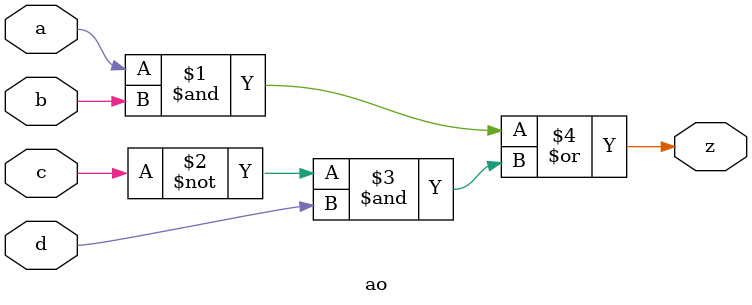
<source format=v>
`timescale 1ns / 1ps


module ao(input a,b,c,d,output z);

assign z=((a&b)|(~c&d));

endmodule

</source>
